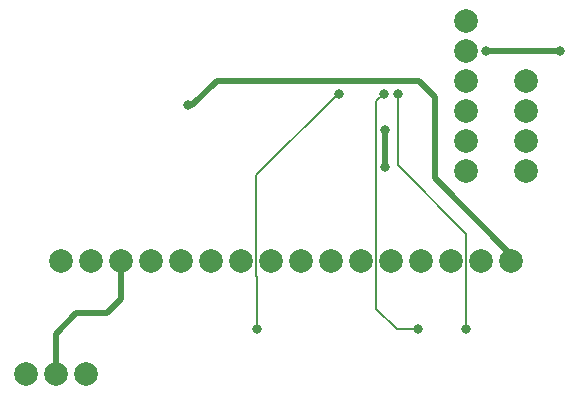
<source format=gbr>
%FSLAX34Y34*%
%MOMM*%
%LNCOPPER_BOTTOM*%
G71*
G01*
%ADD10C, 2.000*%
%ADD11C, 0.800*%
%ADD12C, 0.500*%
%ADD13C, 0.200*%
%LPD*%
X75922Y725806D02*
G54D10*
D03*
X101322Y725806D02*
G54D10*
D03*
X126722Y725806D02*
G54D10*
D03*
X152122Y725806D02*
G54D10*
D03*
X177522Y725806D02*
G54D10*
D03*
X202922Y725806D02*
G54D10*
D03*
X228322Y725806D02*
G54D10*
D03*
X253722Y725806D02*
G54D10*
D03*
X279122Y725806D02*
G54D10*
D03*
X304522Y725806D02*
G54D10*
D03*
X329922Y725806D02*
G54D10*
D03*
X355322Y725806D02*
G54D10*
D03*
X380722Y725806D02*
G54D10*
D03*
X406122Y725806D02*
G54D10*
D03*
X431522Y725806D02*
G54D10*
D03*
X456922Y725806D02*
G54D10*
D03*
X418822Y929006D02*
G54D10*
D03*
X418822Y903606D02*
G54D10*
D03*
X418822Y878206D02*
G54D10*
D03*
X418822Y852806D02*
G54D10*
D03*
X418822Y827406D02*
G54D10*
D03*
X418822Y802006D02*
G54D10*
D03*
X349766Y805975D02*
G54D11*
D03*
X349766Y836534D02*
G54D11*
D03*
G54D12*
X349766Y836138D02*
X349766Y805975D01*
X469622Y878206D02*
G54D10*
D03*
X469622Y852806D02*
G54D10*
D03*
X469622Y827406D02*
G54D10*
D03*
X469622Y802006D02*
G54D10*
D03*
X96559Y630556D02*
G54D10*
D03*
X71159Y630556D02*
G54D10*
D03*
X45759Y630556D02*
G54D10*
D03*
G54D12*
X71159Y637303D02*
X71159Y664291D01*
X88622Y681753D01*
X114816Y681753D01*
X126722Y693659D01*
X126722Y720647D01*
X361275Y867491D02*
G54D11*
D03*
X348972Y867491D02*
G54D11*
D03*
X310872Y867491D02*
G54D11*
D03*
X241419Y668259D02*
G54D11*
D03*
X377944Y668259D02*
G54D11*
D03*
X418425Y668259D02*
G54D11*
D03*
G54D13*
X241419Y668259D02*
X241419Y713106D01*
X241022Y713503D01*
X241022Y798434D01*
X310872Y867888D01*
G54D13*
X377547Y668259D02*
X360084Y668259D01*
X342622Y685722D01*
X342622Y861141D01*
X348972Y867094D01*
G54D13*
X418822Y670244D02*
X418822Y749222D01*
X360878Y807166D01*
X360878Y867094D01*
X183475Y857966D02*
G54D11*
D03*
G54D12*
X183078Y857966D02*
X187047Y857966D01*
X207684Y878603D01*
X378738Y878603D01*
X392231Y865109D01*
X392231Y796053D01*
X456922Y731362D01*
X435491Y903606D02*
G54D11*
D03*
X498594Y904003D02*
G54D11*
D03*
G54D12*
X435094Y903606D02*
X498594Y903606D01*
X498991Y904003D01*
M02*

</source>
